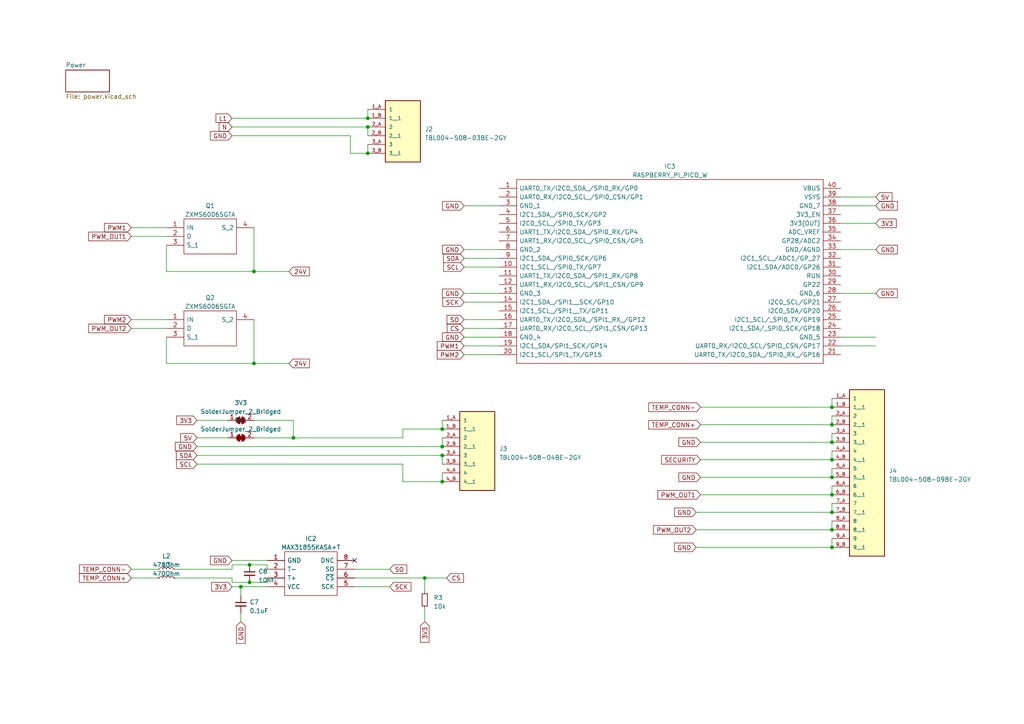
<source format=kicad_sch>
(kicad_sch (version 20230121) (generator eeschema)
  (paper "A4")
  (lib_symbols
    (symbol "Device:C_Small" (pin_numbers hide) (pin_names (offset 0.254) hide)
      (property "Reference" "C" (at 0.254 1.778 0))
      (property "Value" "C_Small" (at 0.254 -2.032 0))
      (symbol "C_Small_0_1"
        (polyline (pts (xy -1.524 -0.508) (xy 1.524 -0.508)) (stroke (width 0.3302)))
        (polyline (pts (xy -1.524 0.508) (xy 1.524 0.508)) (stroke (width 0.3048)))
      )
      (symbol "C_Small_1_1"
        (pin passive line (at 0 2.54 270) (length 2.032) (name "~") (number "1"))
        (pin passive line (at 0 -2.54 90) (length 2.032) (name "~") (number "2"))
      )
    )
    (symbol "Device:L_Small" (pin_numbers hide) (pin_names (offset 0.254) hide)
      (property "Reference" "L" (at 0.762 1.016 0))
      (property "Value" "L_Small" (at 0.762 -1.016 0))
      (symbol "L_Small_0_1"
        (arc (start 0 -2.032) (mid 0.5058 -1.524) (end 0 -1.016))
        (arc (start 0 -1.016) (mid 0.5058 -0.508) (end 0 0))
        (arc (start 0 0) (mid 0.5058 0.508) (end 0 1.016))
        (arc (start 0 1.016) (mid 0.5058 1.524) (end 0 2.032))
      )
      (symbol "L_Small_1_1"
        (pin passive line (at 0 2.54 270) (length 0.508) (name "~") (number "1"))
        (pin passive line (at 0 -2.54 90) (length 0.508) (name "~") (number "2"))
      )
    )
    (symbol "Device:R_Small" (pin_numbers hide) (pin_names (offset 0.254) hide)
      (property "Reference" "R" (at 0.762 0.508 0))
      (property "Value" "R_Small" (at 0.762 -1.016 0))
      (symbol "R_Small_0_1"
        (rectangle (start -0.762 1.778) (end 0.762 -1.778) (stroke (width 0.2032)))
      )
      (symbol "R_Small_1_1"
        (pin passive line (at 0 2.54 270) (length 0.762) (name "~") (number "1"))
        (pin passive line (at 0 -2.54 90) (length 0.762) (name "~") (number "2"))
      )
    )
    (symbol "Jumper:SolderJumper_2_Bridged" (pin_names (offset 0) hide)
      (property "Reference" "JP" (at 0 2.032 0))
      (property "Value" "SolderJumper_2_Bridged" (at 0 -2.54 0))
      (symbol "SolderJumper_2_Bridged_0_1"
        (rectangle (start -0.508 0.508) (end 0.508 -0.508) (fill (type outline)))
        (arc (start -0.254 1.016) (mid -1.2656 0) (end -0.254 -1.016))
        (arc (start -0.254 1.016) (mid -1.2656 0) (end -0.254 -1.016) (fill (type outline)))
        (polyline (pts (xy -0.254 1.016) (xy -0.254 -1.016)))
        (polyline (pts (xy 0.254 1.016) (xy 0.254 -1.016)))
        (arc (start 0.254 -1.016) (mid 1.2656 0) (end 0.254 1.016))
        (arc (start 0.254 -1.016) (mid 1.2656 0) (end 0.254 1.016) (fill (type outline)))
      )
      (symbol "SolderJumper_2_Bridged_1_1"
        (pin passive line (at -3.81 0 0) (length 2.54) (name "A") (number "1"))
        (pin passive line (at 3.81 0 180) (length 2.54) (name "B") (number "2"))
      )
    )
    (symbol "Samacsys:MAX31855KASA+T" (pin_names (offset 0.762))
      (property "Reference" "IC" (at 21.59 7.62 0))
      (property "Value" "MAX31855KASA+T" (at 21.59 5.08 0))
      (symbol "MAX31855KASA+T_0_0"
        (pin passive line (at 0 0 0) (length 5.08) (name "GND") (number "1"))
        (pin passive line (at 0 -2.54 0) (length 5.08) (name "T-") (number "2"))
        (pin passive line (at 0 -5.08 0) (length 5.08) (name "T+") (number "3"))
        (pin passive line (at 0 -7.62 0) (length 5.08) (name "VCC") (number "4"))
        (pin passive line (at 25.4 -7.62 180) (length 5.08) (name "SCK") (number "5"))
        (pin passive line (at 25.4 -5.08 180) (length 5.08) (name "~{CS}") (number "6"))
        (pin passive line (at 25.4 -2.54 180) (length 5.08) (name "SO") (number "7"))
        (pin passive line (at 25.4 0 180) (length 5.08) (name "DNC") (number "8"))
      )
      (symbol "MAX31855KASA+T_0_1"
        (polyline (pts (xy 5.08 2.54) (xy 20.32 2.54) (xy 20.32 -10.16) (xy 5.08 -10.16) (xy 5.08 2.54)) (stroke (width 0.1524)))
      )
    )
    (symbol "Samacsys:RASPBERRY_PI_PICO_W" (pin_names (offset 0.762))
      (property "Reference" "IC" (at 95.25 7.62 0))
      (property "Value" "RASPBERRY_PI_PICO_W" (at 95.25 5.08 0))
      (symbol "RASPBERRY_PI_PICO_W_0_0"
        (pin passive line (at 0 0 0) (length 5.08) (name "UART0_TX/I2C0_SDA_/SPI0_RX/GP0") (number "1"))
        (pin passive line (at 0 -22.86 0) (length 5.08) (name "I2C1_SCL_/SPI0_TX/GP7") (number "10"))
        (pin passive line (at 0 -25.4 0) (length 5.08) (name "UART1_TX/I2C0_SDA_/SPI1_RX/GP8") (number "11"))
        (pin passive line (at 0 -27.94 0) (length 5.08) (name "UART1_RX/I2C0_SCL_/SPI1_CSN/GP9") (number "12"))
        (pin passive line (at 0 -30.48 0) (length 5.08) (name "GND_3") (number "13"))
        (pin passive line (at 0 -33.02 0) (length 5.08) (name "I2C1_SDA_/SPI1__SCK/GP10") (number "14"))
        (pin passive line (at 0 -35.56 0) (length 5.08) (name "I2C1_SCL_/SPI1__TX/GP11") (number "15"))
        (pin passive line (at 0 -38.1 0) (length 5.08) (name "UART0_TX/I2C0_SDA_/SPI1_RX_/GP12") (number "16"))
        (pin passive line (at 0 -40.64 0) (length 5.08) (name "UART0_RX/I2C0_SCL_/SPI1_CSN/GP13") (number "17"))
        (pin passive line (at 0 -43.18 0) (length 5.08) (name "GND_4") (number "18"))
        (pin passive line (at 0 -45.72 0) (length 5.08) (name "I2C1_SDA/SPI1_SCK/GP14") (number "19"))
        (pin passive line (at 0 -2.54 0) (length 5.08) (name "UART0_RX/I2C0_SCL_/SPI0_CSN/GP1") (number "2"))
        (pin passive line (at 0 -48.26 0) (length 5.08) (name "I2C1_SCL/SPI1_TX/GP15") (number "20"))
        (pin passive line (at 99.06 -48.26 180) (length 5.08) (name "UART0_TX/I2C0_SDA_/SPI0_RX_/GP16") (number "21"))
        (pin passive line (at 99.06 -45.72 180) (length 5.08) (name "UART0_RX/I2C0_SCL/SPIO_CSN/GP17") (number "22"))
        (pin passive line (at 99.06 -43.18 180) (length 5.08) (name "GND_5") (number "23"))
        (pin passive line (at 99.06 -40.64 180) (length 5.08) (name "I2C1_SDA/_SPI0_SCK/GP18") (number "24"))
        (pin passive line (at 99.06 -38.1 180) (length 5.08) (name "I2C1_SCL/_SPI0_TX/GP19") (number "25"))
        (pin passive line (at 99.06 -35.56 180) (length 5.08) (name "I2C0_SDA/GP20") (number "26"))
        (pin passive line (at 99.06 -33.02 180) (length 5.08) (name "I2C0_SCL/GP21") (number "27"))
        (pin passive line (at 99.06 -30.48 180) (length 5.08) (name "GND_6") (number "28"))
        (pin passive line (at 99.06 -27.94 180) (length 5.08) (name "GP22") (number "29"))
        (pin passive line (at 0 -5.08 0) (length 5.08) (name "GND_1") (number "3"))
        (pin passive line (at 99.06 -25.4 180) (length 5.08) (name "RUN") (number "30"))
        (pin passive line (at 99.06 -22.86 180) (length 5.08) (name "I2C1_SDA/ADC0/GP26") (number "31"))
        (pin passive line (at 99.06 -20.32 180) (length 5.08) (name "I2C1_SCL_/ADC1/GP_27") (number "32"))
        (pin passive line (at 99.06 -17.78 180) (length 5.08) (name "GND/AGND") (number "33"))
        (pin passive line (at 99.06 -15.24 180) (length 5.08) (name "GP28/ADC2") (number "34"))
        (pin passive line (at 99.06 -12.7 180) (length 5.08) (name "ADC_VREF") (number "35"))
        (pin passive line (at 99.06 -10.16 180) (length 5.08) (name "3V3(OUT)") (number "36"))
        (pin passive line (at 99.06 -7.62 180) (length 5.08) (name "3V3_EN") (number "37"))
        (pin passive line (at 99.06 -5.08 180) (length 5.08) (name "GND_7") (number "38"))
        (pin passive line (at 99.06 -2.54 180) (length 5.08) (name "VSYS") (number "39"))
        (pin passive line (at 0 -7.62 0) (length 5.08) (name "I2C1_SDA_/SPI0_SCK/GP2") (number "4"))
        (pin passive line (at 99.06 0 180) (length 5.08) (name "VBUS") (number "40"))
        (pin passive line (at 0 -10.16 0) (length 5.08) (name "I2C0_SCL_/SPI0_TX/GP3") (number "5"))
        (pin passive line (at 0 -12.7 0) (length 5.08) (name "UART1_TX/I2C0_SDA_/SPI0_RX/GP4") (number "6"))
        (pin passive line (at 0 -15.24 0) (length 5.08) (name "UART1_RX/I2C0_SCL_/SPI0_CSN/GP5") (number "7"))
        (pin passive line (at 0 -17.78 0) (length 5.08) (name "GND_2") (number "8"))
        (pin passive line (at 0 -20.32 0) (length 5.08) (name "I2C1_SDA_/SPI0_SCK/GP6") (number "9"))
      )
      (symbol "RASPBERRY_PI_PICO_W_0_1"
        (polyline (pts (xy 5.08 2.54) (xy 93.98 2.54) (xy 93.98 -50.8) (xy 5.08 -50.8) (xy 5.08 2.54)) (stroke (width 0.1524)))
      )
    )
    (symbol "Samacsys:ZXMS6006SGTA" (pin_names (offset 0.762))
      (property "Reference" "Q" (at 21.59 7.62 0))
      (property "Value" "ZXMS6006SGTA" (at 21.59 5.08 0))
      (symbol "ZXMS6006SGTA_0_0"
        (pin passive line (at 0 0 0) (length 5.08) (name "IN") (number "1"))
        (pin passive line (at 0 -2.54 0) (length 5.08) (name "D") (number "2"))
        (pin passive line (at 0 -5.08 0) (length 5.08) (name "S_1") (number "3"))
        (pin passive line (at 25.4 0 180) (length 5.08) (name "S_2") (number "4"))
      )
      (symbol "ZXMS6006SGTA_0_1"
        (polyline (pts (xy 5.08 2.54) (xy 20.32 2.54) (xy 20.32 -7.62) (xy 5.08 -7.62) (xy 5.08 2.54)) (stroke (width 0.1524)))
      )
    )
    (symbol "TBL004-508-03BE-2GY:TBL004-508-03BE-2GY" (pin_names (offset 1.016))
      (property "Reference" "J" (at -5.588 5.08 0))
      (property "Value" "TBL004-508-03BE-2GY" (at -5.08 -15.24 0))
      (symbol "TBL004-508-03BE-2GY_0_0"
        (rectangle (start -5.08 -12.7) (end 5.08 5.08) (stroke (width 0.254)) (fill (type background)))
        (pin passive line (at -10.16 2.54 0) (length 5.08) (name "1") (number "1_A"))
        (pin passive line (at -10.16 0 0) (length 5.08) (name "1__1") (number "1_B"))
        (pin passive line (at -10.16 -2.54 0) (length 5.08) (name "2") (number "2_A"))
        (pin passive line (at -10.16 -5.08 0) (length 5.08) (name "2__1") (number "2_B"))
        (pin passive line (at -10.16 -7.62 0) (length 5.08) (name "3") (number "3_A"))
        (pin passive line (at -10.16 -10.16 0) (length 5.08) (name "3__1") (number "3_B"))
      )
    )
    (symbol "TBL004-508-04BE-2GY:TBL004-508-04BE-2GY" (pin_names (offset 1.016))
      (property "Reference" "J" (at -5.588 7.62 0))
      (property "Value" "TBL004-508-04BE-2GY" (at -5.08 -17.78 0))
      (symbol "TBL004-508-04BE-2GY_0_0"
        (rectangle (start -5.08 -15.24) (end 5.08 7.62) (stroke (width 0.254)) (fill (type background)))
        (pin passive line (at -10.16 5.08 0) (length 5.08) (name "1") (number "1_A"))
        (pin passive line (at -10.16 2.54 0) (length 5.08) (name "1__1") (number "1_B"))
        (pin passive line (at -10.16 0 0) (length 5.08) (name "2") (number "2_A"))
        (pin passive line (at -10.16 -2.54 0) (length 5.08) (name "2__1") (number "2_B"))
        (pin passive line (at -10.16 -5.08 0) (length 5.08) (name "3") (number "3_A"))
        (pin passive line (at -10.16 -7.62 0) (length 5.08) (name "3__1") (number "3_B"))
        (pin passive line (at -10.16 -10.16 0) (length 5.08) (name "4") (number "4_A"))
        (pin passive line (at -10.16 -12.7 0) (length 5.08) (name "4__1") (number "4_B"))
      )
    )
    (symbol "TBL004-508-09BE-2GY:TBL004-508-09BE-2GY" (pin_names (offset 1.016))
      (property "Reference" "J" (at -5.588 12.7 0))
      (property "Value" "TBL004-508-09BE-2GY" (at -5.08 -38.1 0))
      (symbol "TBL004-508-09BE-2GY_0_0"
        (rectangle (start -5.08 -35.56) (end 5.08 12.7) (stroke (width 0.254)) (fill (type background)))
        (pin passive line (at -10.16 10.16 0) (length 5.08) (name "1") (number "1_A"))
        (pin passive line (at -10.16 7.62 0) (length 5.08) (name "1__1") (number "1_B"))
        (pin passive line (at -10.16 5.08 0) (length 5.08) (name "2") (number "2_A"))
        (pin passive line (at -10.16 2.54 0) (length 5.08) (name "2__1") (number "2_B"))
        (pin passive line (at -10.16 0 0) (length 5.08) (name "3") (number "3_A"))
        (pin passive line (at -10.16 -2.54 0) (length 5.08) (name "3__1") (number "3_B"))
        (pin passive line (at -10.16 -5.08 0) (length 5.08) (name "4") (number "4_A"))
        (pin passive line (at -10.16 -7.62 0) (length 5.08) (name "4__1") (number "4_B"))
        (pin passive line (at -10.16 -10.16 0) (length 5.08) (name "5") (number "5_A"))
        (pin passive line (at -10.16 -12.7 0) (length 5.08) (name "5__1") (number "5_B"))
        (pin passive line (at -10.16 -15.24 0) (length 5.08) (name "6") (number "6_A"))
        (pin passive line (at -10.16 -17.78 0) (length 5.08) (name "6__1") (number "6_B"))
        (pin passive line (at -10.16 -20.32 0) (length 5.08) (name "7") (number "7_A"))
        (pin passive line (at -10.16 -22.86 0) (length 5.08) (name "7__1") (number "7_B"))
        (pin passive line (at -10.16 -25.4 0) (length 5.08) (name "8") (number "8_A"))
        (pin passive line (at -10.16 -27.94 0) (length 5.08) (name "8__1") (number "8_B"))
        (pin passive line (at -10.16 -30.48 0) (length 5.08) (name "9") (number "9_A"))
        (pin passive line (at -10.16 -33.02 0) (length 5.08) (name "9__1") (number "9_B"))
      )
    )
  )
  (junction (at 241.3 143.51))
  (junction (at 106.68 34.29))
  (junction (at 85.09 127))
  (junction (at 73.66 78.74))
  (junction (at 72.39 163.83))
  (junction (at 128.27 132.08))
  (junction (at 106.68 36.83))
  (junction (at 128.27 129.54))
  (junction (at 241.3 123.19))
  (junction (at 73.66 105.41))
  (junction (at 128.27 139.7))
  (junction (at 241.3 153.67))
  (junction (at 123.19 167.64))
  (junction (at 106.68 44.45))
  (junction (at 69.85 170.18))
  (junction (at 241.3 158.75))
  (junction (at 241.3 138.43))
  (junction (at 241.3 148.59))
  (junction (at 128.27 124.46))
  (junction (at 241.3 133.35))
  (junction (at 241.3 128.27))
  (junction (at 72.39 168.91))
  (junction (at 241.3 118.11))
  (no_connect (at 102.87 162.56))
  (wire (pts (xy 116.84 139.7) (xy 128.27 139.7)))
  (wire (pts (xy 243.84 100.33) (xy 254 100.33)))
  (wire (pts (xy 243.84 72.39) (xy 254 72.39)))
  (wire (pts (xy 134.62 97.79) (xy 144.78 97.79)))
  (wire (pts (xy 134.62 87.63) (xy 144.78 87.63)))
  (wire (pts (xy 203.2 128.27) (xy 241.3 128.27)))
  (wire (pts (xy 73.66 121.92) (xy 85.09 121.92)))
  (wire (pts (xy 67.31 165.1) (xy 67.31 163.83)))
  (wire (pts (xy 73.66 105.41) (xy 73.66 92.71)))
  (wire (pts (xy 116.84 124.46) (xy 128.27 124.46)))
  (wire (pts (xy 106.68 36.83) (xy 106.68 39.37)))
  (wire (pts (xy 48.26 105.41) (xy 73.66 105.41)))
  (wire (pts (xy 67.31 39.37) (xy 101.6 39.37)))
  (wire (pts (xy 83.82 105.41) (xy 73.66 105.41)))
  (wire (pts (xy 128.27 132.08) (xy 128.27 134.62)))
  (wire (pts (xy 77.47 168.91) (xy 72.39 168.91)))
  (wire (pts (xy 57.15 132.08) (xy 128.27 132.08)))
  (wire (pts (xy 123.19 176.53) (xy 123.19 180.34)))
  (wire (pts (xy 134.62 59.69) (xy 144.78 59.69)))
  (wire (pts (xy 243.84 57.15) (xy 254 57.15)))
  (wire (pts (xy 113.03 165.1) (xy 102.87 165.1)))
  (wire (pts (xy 72.39 163.83) (xy 77.47 163.83)))
  (wire (pts (xy 134.62 95.25) (xy 144.78 95.25)))
  (wire (pts (xy 241.3 120.65) (xy 241.3 123.19)))
  (wire (pts (xy 241.3 140.97) (xy 241.3 143.51)))
  (wire (pts (xy 57.15 127) (xy 66.04 127)))
  (wire (pts (xy 69.85 170.18) (xy 69.85 172.72)))
  (wire (pts (xy 77.47 167.64) (xy 77.47 168.91)))
  (wire (pts (xy 102.87 167.64) (xy 123.19 167.64)))
  (wire (pts (xy 83.82 78.74) (xy 73.66 78.74)))
  (wire (pts (xy 203.2 138.43) (xy 241.3 138.43)))
  (wire (pts (xy 134.62 92.71) (xy 144.78 92.71)))
  (wire (pts (xy 50.8 165.1) (xy 67.31 165.1)))
  (wire (pts (xy 106.68 34.29) (xy 106.68 31.75)))
  (wire (pts (xy 38.1 66.04) (xy 48.26 66.04)))
  (wire (pts (xy 243.84 97.79) (xy 254 97.79)))
  (wire (pts (xy 123.19 167.64) (xy 123.19 171.45)))
  (wire (pts (xy 38.1 68.58) (xy 48.26 68.58)))
  (wire (pts (xy 134.62 102.87) (xy 144.78 102.87)))
  (wire (pts (xy 243.84 85.09) (xy 254 85.09)))
  (wire (pts (xy 101.6 44.45) (xy 106.68 44.45)))
  (wire (pts (xy 67.31 162.56) (xy 77.47 162.56)))
  (wire (pts (xy 134.62 72.39) (xy 144.78 72.39)))
  (wire (pts (xy 201.93 153.67) (xy 241.3 153.67)))
  (wire (pts (xy 69.85 170.18) (xy 67.31 170.18)))
  (wire (pts (xy 48.26 71.12) (xy 48.26 78.74)))
  (wire (pts (xy 57.15 134.62) (xy 116.84 134.62)))
  (wire (pts (xy 201.93 148.59) (xy 241.3 148.59)))
  (wire (pts (xy 101.6 39.37) (xy 101.6 44.45)))
  (wire (pts (xy 201.93 158.75) (xy 241.3 158.75)))
  (wire (pts (xy 128.27 121.92) (xy 128.27 124.46)))
  (wire (pts (xy 77.47 163.83) (xy 77.47 165.1)))
  (wire (pts (xy 85.09 121.92) (xy 85.09 127)))
  (wire (pts (xy 128.27 137.16) (xy 128.27 139.7)))
  (wire (pts (xy 38.1 95.25) (xy 48.26 95.25)))
  (wire (pts (xy 69.85 177.8) (xy 69.85 180.34)))
  (wire (pts (xy 57.15 129.54) (xy 128.27 129.54)))
  (wire (pts (xy 106.68 41.91) (xy 106.68 44.45)))
  (wire (pts (xy 48.26 97.79) (xy 48.26 105.41)))
  (wire (pts (xy 113.03 170.18) (xy 102.87 170.18)))
  (wire (pts (xy 50.8 167.64) (xy 67.31 167.64)))
  (wire (pts (xy 203.2 143.51) (xy 241.3 143.51)))
  (wire (pts (xy 241.3 153.67) (xy 241.3 151.13)))
  (wire (pts (xy 134.62 85.09) (xy 144.78 85.09)))
  (wire (pts (xy 38.1 165.1) (xy 45.72 165.1)))
  (wire (pts (xy 128.27 129.54) (xy 128.27 127)))
  (wire (pts (xy 67.31 163.83) (xy 72.39 163.83)))
  (wire (pts (xy 73.66 127) (xy 85.09 127)))
  (wire (pts (xy 241.3 133.35) (xy 241.3 130.81)))
  (wire (pts (xy 116.84 127) (xy 116.84 124.46)))
  (wire (pts (xy 73.66 78.74) (xy 73.66 66.04)))
  (wire (pts (xy 243.84 59.69) (xy 254 59.69)))
  (wire (pts (xy 38.1 167.64) (xy 45.72 167.64)))
  (wire (pts (xy 241.3 118.11) (xy 241.3 115.57)))
  (wire (pts (xy 67.31 168.91) (xy 72.39 168.91)))
  (wire (pts (xy 85.09 127) (xy 116.84 127)))
  (wire (pts (xy 67.31 34.29) (xy 106.68 34.29)))
  (wire (pts (xy 203.2 123.19) (xy 241.3 123.19)))
  (wire (pts (xy 57.15 121.92) (xy 66.04 121.92)))
  (wire (pts (xy 67.31 36.83) (xy 106.68 36.83)))
  (wire (pts (xy 243.84 64.77) (xy 254 64.77)))
  (wire (pts (xy 203.2 118.11) (xy 241.3 118.11)))
  (wire (pts (xy 241.3 138.43) (xy 241.3 135.89)))
  (wire (pts (xy 134.62 77.47) (xy 144.78 77.47)))
  (wire (pts (xy 123.19 167.64) (xy 129.54 167.64)))
  (wire (pts (xy 134.62 74.93) (xy 144.78 74.93)))
  (wire (pts (xy 77.47 170.18) (xy 69.85 170.18)))
  (wire (pts (xy 134.62 100.33) (xy 144.78 100.33)))
  (wire (pts (xy 203.2 133.35) (xy 241.3 133.35)))
  (wire (pts (xy 241.3 125.73) (xy 241.3 128.27)))
  (wire (pts (xy 67.31 167.64) (xy 67.31 168.91)))
  (wire (pts (xy 48.26 78.74) (xy 73.66 78.74)))
  (wire (pts (xy 241.3 148.59) (xy 241.3 146.05)))
  (wire (pts (xy 38.1 92.71) (xy 48.26 92.71)))
  (wire (pts (xy 241.3 156.21) (xy 241.3 158.75)))
  (wire (pts (xy 116.84 134.62) (xy 116.84 139.7)))
  (global_label "GND" (shape input) (at 134.62 97.79 180) (property "Intersheetrefs" "${INTERSHEET_REFS}" (effects hide)))
  (global_label "PWM2" (shape input) (at 38.1 92.71 180) (property "Intersheetrefs" "${INTERSHEET_REFS}" (effects hide)))
  (global_label "GND" (shape input) (at 201.93 158.75 180) (property "Intersheetrefs" "${INTERSHEET_REFS}" (effects hide)))
  (global_label "SDA" (shape input) (at 134.62 74.93 180) (property "Intersheetrefs" "${INTERSHEET_REFS}" (effects hide)))
  (global_label "CS" (shape input) (at 129.54 167.64 0) (property "Intersheetrefs" "${INTERSHEET_REFS}" (effects hide)))
  (global_label "PWM2" (shape input) (at 134.62 102.87 180) (property "Intersheetrefs" "${INTERSHEET_REFS}" (effects hide)))
  (global_label "GND" (shape input) (at 67.31 162.56 180) (property "Intersheetrefs" "${INTERSHEET_REFS}" (effects hide)))
  (global_label "SECURITY" (shape input) (at 203.2 133.35 180) (property "Intersheetrefs" "${INTERSHEET_REFS}" (effects hide)))
  (global_label "CS" (shape input) (at 134.62 95.25 180) (property "Intersheetrefs" "${INTERSHEET_REFS}" (effects hide)))
  (global_label "L1" (shape input) (at 67.31 34.29 180) (property "Intersheetrefs" "${INTERSHEET_REFS}" (effects hide)))
  (global_label "N" (shape input) (at 67.31 36.83 180) (property "Intersheetrefs" "${INTERSHEET_REFS}" (effects hide)))
  (global_label "TEMP_CONN+" (shape input) (at 38.1 167.64 180) (property "Intersheetrefs" "${INTERSHEET_REFS}" (effects hide)))
  (global_label "SO" (shape input) (at 113.03 165.1 0) (property "Intersheetrefs" "${INTERSHEET_REFS}" (effects hide)))
  (global_label "TEMP_CONN-" (shape input) (at 38.1 165.1 180) (property "Intersheetrefs" "${INTERSHEET_REFS}" (effects hide)))
  (global_label "SDA" (shape input) (at 57.15 132.08 180) (property "Intersheetrefs" "${INTERSHEET_REFS}" (effects hide)))
  (global_label "SCL" (shape input) (at 134.62 77.47 180) (property "Intersheetrefs" "${INTERSHEET_REFS}" (effects hide)))
  (global_label "SO" (shape input) (at 134.62 92.71 180) (property "Intersheetrefs" "${INTERSHEET_REFS}" (effects hide)))
  (global_label "GND" (shape input) (at 134.62 85.09 180) (property "Intersheetrefs" "${INTERSHEET_REFS}" (effects hide)))
  (global_label "PWM1" (shape input) (at 38.1 66.04 180) (property "Intersheetrefs" "${INTERSHEET_REFS}" (effects hide)))
  (global_label "GND" (shape input) (at 203.2 128.27 180) (property "Intersheetrefs" "${INTERSHEET_REFS}" (effects hide)))
  (global_label "24V" (shape input) (at 83.82 105.41 0) (property "Intersheetrefs" "${INTERSHEET_REFS}" (effects hide)))
  (global_label "PWM_OUT1" (shape input) (at 38.1 68.58 180) (property "Intersheetrefs" "${INTERSHEET_REFS}" (effects hide)))
  (global_label "3V3" (shape input) (at 254 64.77 0) (property "Intersheetrefs" "${INTERSHEET_REFS}" (effects hide)))
  (global_label "GND" (shape input) (at 134.62 72.39 180) (property "Intersheetrefs" "${INTERSHEET_REFS}" (effects hide)))
  (global_label "GND" (shape input) (at 201.93 148.59 180) (property "Intersheetrefs" "${INTERSHEET_REFS}" (effects hide)))
  (global_label "3V3" (shape input) (at 123.19 180.34 270) (property "Intersheetrefs" "${INTERSHEET_REFS}" (effects hide)))
  (global_label "24V" (shape input) (at 83.82 78.74 0) (property "Intersheetrefs" "${INTERSHEET_REFS}" (effects hide)))
  (global_label "3V3" (shape input) (at 67.31 170.18 180) (property "Intersheetrefs" "${INTERSHEET_REFS}" (effects hide)))
  (global_label "5V" (shape input) (at 57.15 127 180) (property "Intersheetrefs" "${INTERSHEET_REFS}" (effects hide)))
  (global_label "SCL" (shape input) (at 57.15 134.62 180) (property "Intersheetrefs" "${INTERSHEET_REFS}" (effects hide)))
  (global_label "PWM_OUT2" (shape input) (at 38.1 95.25 180) (property "Intersheetrefs" "${INTERSHEET_REFS}" (effects hide)))
  (global_label "GND" (shape input) (at 203.2 138.43 180) (property "Intersheetrefs" "${INTERSHEET_REFS}" (effects hide)))
  (global_label "GND" (shape input) (at 134.62 59.69 180) (property "Intersheetrefs" "${INTERSHEET_REFS}" (effects hide)))
  (global_label "GND" (shape input) (at 57.15 129.54 180) (property "Intersheetrefs" "${INTERSHEET_REFS}" (effects hide)))
  (global_label "GND" (shape input) (at 67.31 39.37 180) (property "Intersheetrefs" "${INTERSHEET_REFS}" (effects hide)))
  (global_label "PWM1" (shape input) (at 134.62 100.33 180) (property "Intersheetrefs" "${INTERSHEET_REFS}" (effects hide)))
  (global_label "PWM_OUT1" (shape input) (at 203.2 143.51 180) (property "Intersheetrefs" "${INTERSHEET_REFS}" (effects hide)))
  (global_label "PWM_OUT2" (shape input) (at 201.93 153.67 180) (property "Intersheetrefs" "${INTERSHEET_REFS}" (effects hide)))
  (global_label "SCK" (shape input) (at 134.62 87.63 180) (property "Intersheetrefs" "${INTERSHEET_REFS}" (effects hide)))
  (global_label "SCK" (shape input) (at 113.03 170.18 0) (property "Intersheetrefs" "${INTERSHEET_REFS}" (effects hide)))
  (global_label "GND" (shape input) (at 254 85.09 0) (property "Intersheetrefs" "${INTERSHEET_REFS}" (effects hide)))
  (global_label "3V3" (shape input) (at 57.15 121.92 180) (property "Intersheetrefs" "${INTERSHEET_REFS}" (effects hide)))
  (global_label "GND" (shape input) (at 254 72.39 0) (property "Intersheetrefs" "${INTERSHEET_REFS}" (effects hide)))
  (global_label "5V" (shape input) (at 254 57.15 0) (property "Intersheetrefs" "${INTERSHEET_REFS}" (effects hide)))
  (global_label "GND" (shape input) (at 69.85 180.34 270) (property "Intersheetrefs" "${INTERSHEET_REFS}" (effects hide)))
  (global_label "GND" (shape input) (at 254 59.69 0) (property "Intersheetrefs" "${INTERSHEET_REFS}" (effects hide)))
  (global_label "TEMP_CONN-" (shape input) (at 203.2 118.11 180) (property "Intersheetrefs" "${INTERSHEET_REFS}" (effects hide)))
  (global_label "TEMP_CONN+" (shape input) (at 203.2 123.19 180) (property "Intersheetrefs" "${INTERSHEET_REFS}" (effects hide)))
  (symbol (lib_id "Samacsys:ZXMS6006SGTA") (at 48.26 66.04 0) (unit 1)
    (property "Reference" "Q1" (at 60.96 59.69 0))
    (property "Value" "ZXMS6006SGTA" (at 60.96 62.23 0))
    (property "Footprint" "libs:SOT230P700X170-4N" (effects hide))
    (property "Datasheet" "https://www.diodes.com/assets/Datasheets/ZXMS6006SG.pdf" (effects hide))
    (property "Description" "Diodes Inc ZXMS6006SGTA N-channel MOSFET Transistor, 2.8 A, 60 V, 4-Pin SOT-223" (effects hide))
    (property "Height" "1.7" (effects hide))
    (property "Manufacturer_Name" "Diodes Inc." (effects hide))
    (property "Manufacturer_Part_Number" "ZXMS6006SGTA" (effects hide))
    (property "Mouser Part Number" "522-ZXMS6006SGTA" (effects hide))
    (property "Mouser Price/Stock" "https://www.mouser.co.uk/ProductDetail/Diodes-Incorporated/ZXMS6006SGTA?qs=FRHfhEBFk1edEDywYKXrZg%3D%3D" (effects hide))
    (property "Arrow Part Number" "ZXMS6006SGTA" (effects hide))
    (property "Arrow Price/Stock" "https://www.arrow.com/en/products/zxms6006sgta/diodes-incorporated?region=nac" (effects hide))
  )
  (symbol (lib_id "Device:C_Small") (at 69.85 175.26 0) (unit 1)
    (property "Reference" "C7" (at 72.39 174.6313 0) (effects (justify left)))
    (property "Value" "0.1uF" (at 72.39 177.1713 0) (effects (justify left)))
    (property "Footprint" "Capacitor_SMD:C_0402_1005Metric_Pad0.74x0.62mm_HandSolder" (effects hide))
  )
  (symbol (lib_id "Samacsys:RASPBERRY_PI_PICO_W") (at 144.78 54.61 0) (unit 1)
    (property "Reference" "IC3" (at 194.31 48.26 0))
    (property "Value" "RASPBERRY_PI_PICO_W" (at 194.31 50.8 0))
    (property "Footprint" "libs:RASPBERRYPIPICOW" (effects hide))
    (property "Datasheet" "https://datasheets.raspberrypi.com/picow/pico-w-datasheet.pdf" (effects hide))
    (property "Description" "RASPBERRY-PI - RASPBERRY PI PICO W - Raspberry Pi Board, Raspberry Pi Pico W, RP2040, 32bit, ARM Cortex-M0+" (effects hide))
    (property "Height" "1" (effects hide))
    (property "Manufacturer_Name" "RASPBERRY-PI" (effects hide))
    (property "Manufacturer_Part_Number" "RASPBERRY PI PICO W" (effects hide))
  )
  (symbol (lib_id "Device:L_Small") (at 48.26 167.64 90) (unit 1)
    (property "Reference" "L3" (at 48.26 163.83 90))
    (property "Value" "470Ohm" (at 48.26 166.37 90))
    (property "Footprint" "Inductor_SMD:L_0603_1608Metric_Pad1.05x0.95mm_HandSolder" (effects hide))
  )
  (symbol (lib_id "Samacsys:ZXMS6006SGTA") (at 48.26 92.71 0) (unit 1)
    (property "Reference" "Q2" (at 60.96 86.36 0))
    (property "Value" "ZXMS6006SGTA" (at 60.96 88.9 0))
    (property "Footprint" "libs:SOT230P700X170-4N" (effects hide))
    (property "Datasheet" "https://www.diodes.com/assets/Datasheets/ZXMS6006SG.pdf" (effects hide))
    (property "Description" "Diodes Inc ZXMS6006SGTA N-channel MOSFET Transistor, 2.8 A, 60 V, 4-Pin SOT-223" (effects hide))
    (property "Height" "1.7" (effects hide))
    (property "Manufacturer_Name" "Diodes Inc." (effects hide))
    (property "Manufacturer_Part_Number" "ZXMS6006SGTA" (effects hide))
    (property "Mouser Part Number" "522-ZXMS6006SGTA" (effects hide))
    (property "Mouser Price/Stock" "https://www.mouser.co.uk/ProductDetail/Diodes-Incorporated/ZXMS6006SGTA?qs=FRHfhEBFk1edEDywYKXrZg%3D%3D" (effects hide))
    (property "Arrow Part Number" "ZXMS6006SGTA" (effects hide))
    (property "Arrow Price/Stock" "https://www.arrow.com/en/products/zxms6006sgta/diodes-incorporated?region=nac" (effects hide))
  )
  (symbol (lib_id "Device:R_Small") (at 123.19 173.99 0) (unit 1)
    (property "Reference" "R3" (at 125.73 173.355 0) (effects (justify left)))
    (property "Value" "10k" (at 125.73 175.895 0) (effects (justify left)))
    (property "Footprint" "Resistor_SMD:R_0603_1608Metric_Pad0.98x0.95mm_HandSolder" (effects hide))
  )
  (symbol (lib_id "Jumper:SolderJumper_2_Bridged") (at 69.85 127 0) (unit 1)
    (property "Reference" "5V1" (at 69.85 121.92 0))
    (property "Value" "SolderJumper_2_Bridged" (at 69.85 124.46 0))
    (property "Footprint" "Jumper:SolderJumper-2_P1.3mm_Bridged_RoundedPad1.0x1.5mm" (effects hide))
  )
  (symbol (lib_id "Jumper:SolderJumper_2_Bridged") (at 69.85 121.92 0) (unit 1)
    (property "Reference" "3V3" (at 69.85 116.84 0))
    (property "Value" "SolderJumper_2_Bridged" (at 69.85 119.38 0))
    (property "Footprint" "Jumper:SolderJumper-2_P1.3mm_Bridged_RoundedPad1.0x1.5mm" (effects hide))
  )
  (symbol (lib_id "Samacsys:MAX31855KASA+T") (at 77.47 162.56 0) (unit 1)
    (property "Reference" "IC2" (at 90.17 156.21 0))
    (property "Value" "MAX31855KASA+T" (at 90.17 158.75 0))
    (property "Footprint" "libs:SOIC127P600X175-8N" (effects hide))
    (property "Datasheet" "https://datasheets.maximintegrated.com/en/ds/MAX31855.pdf" (effects hide))
    (property "Description" "MAXIM INTEGRATED PRODUCTS - MAX31855KASA+T - TEMPERATURE SENSOR, 2DEG C, NSOIC-8" (effects hide))
    (property "Height" "1.75" (effects hide))
    (property "Manufacturer_Name" "Analog Devices" (effects hide))
    (property "Manufacturer_Part_Number" "MAX31855KASA+T" (effects hide))
    (property "Mouser Part Number" "700-MAX31855KASA+T" (effects hide))
    (property "Mouser Price/Stock" "https://www.mouser.co.uk/ProductDetail/Analog-Devices-Maxim-Integrated/MAX31855KASA%2bT?qs=ffX8NcjNb2TujkrPyW1z%252Bg%3D%3D" (effects hide))
    (property "Arrow Part Number" "MAX31855KASA+T" (effects hide))
    (property "Arrow Price/Stock" "https://www.arrow.com/en/products/max31855kasat/maxim-integrated?region=nac" (effects hide))
  )
  (symbol (lib_id "Device:L_Small") (at 48.26 165.1 90) (unit 1)
    (property "Reference" "L2" (at 48.26 161.29 90))
    (property "Value" "470Ohm" (at 48.26 163.83 90))
    (property "Footprint" "Inductor_SMD:L_0603_1608Metric_Pad1.05x0.95mm_HandSolder" (effects hide))
  )
  (symbol (lib_id "Device:C_Small") (at 72.39 166.37 0) (unit 1)
    (property "Reference" "C8" (at 74.93 165.7413 0) (effects (justify left)))
    (property "Value" "10nF" (at 74.93 168.2813 0) (effects (justify left)))
    (property "Footprint" "Capacitor_SMD:C_0402_1005Metric_Pad0.74x0.62mm_HandSolder" (effects hide))
  )
  (symbol (lib_id "TBL004-508-03BE-2GY:TBL004-508-03BE-2GY") (at 116.84 34.29 0) (unit 1)
    (property "Reference" "J2" (at 123.19 37.465 0) (effects (justify left)))
    (property "Value" "TBL004-508-03BE-2GY" (at 123.19 40.005 0) (effects (justify left)))
    (property "Footprint" "CUI_TBL004-508-03BE-2GY" (effects hide))
    (property "STANDARD" "Manufacturer Recommendations" (effects hide))
    (property "MANUFACTURER" "CUI" (effects hide))
  )
  (symbol (lib_id "TBL004-508-09BE-2GY:TBL004-508-09BE-2GY") (at 251.46 125.73 0) (unit 1)
    (property "Reference" "J4" (at 257.81 136.525 0) (effects (justify left)))
    (property "Value" "TBL004-508-09BE-2GY" (at 257.81 139.065 0) (effects (justify left)))
    (property "Footprint" "CUI_TBL004-508-09BE-2GY" (effects hide))
    (property "STANDARD" "Manufacturer Recommendations" (effects hide))
    (property "MANUFACTURER" "CUI" (effects hide))
  )
  (symbol (lib_id "TBL004-508-04BE-2GY:TBL004-508-04BE-2GY") (at 138.43 127 0) (unit 1)
    (property "Reference" "J3" (at 144.78 130.175 0) (effects (justify left)))
    (property "Value" "TBL004-508-04BE-2GY" (at 144.78 132.715 0) (effects (justify left)))
    (property "Footprint" "CUI_TBL004-508-04BE-2GY" (effects hide))
    (property "STANDARD" "Manufacturer Recommendations" (effects hide))
    (property "MANUFACTURER" "CUI" (effects hide))
  )
  (sheet (at 19.05 20.32) (size 12.7 6.35) (stroke (width 0.1524))
    (property "Sheetname" "Power" (at 19.05 19.6084 0) (effects (justify left bottom)))
    (property "Sheetfile" "power.kicad_sch" (at 19.05 27.2546 0) (effects (justify left top)))
  )
)
</source>
